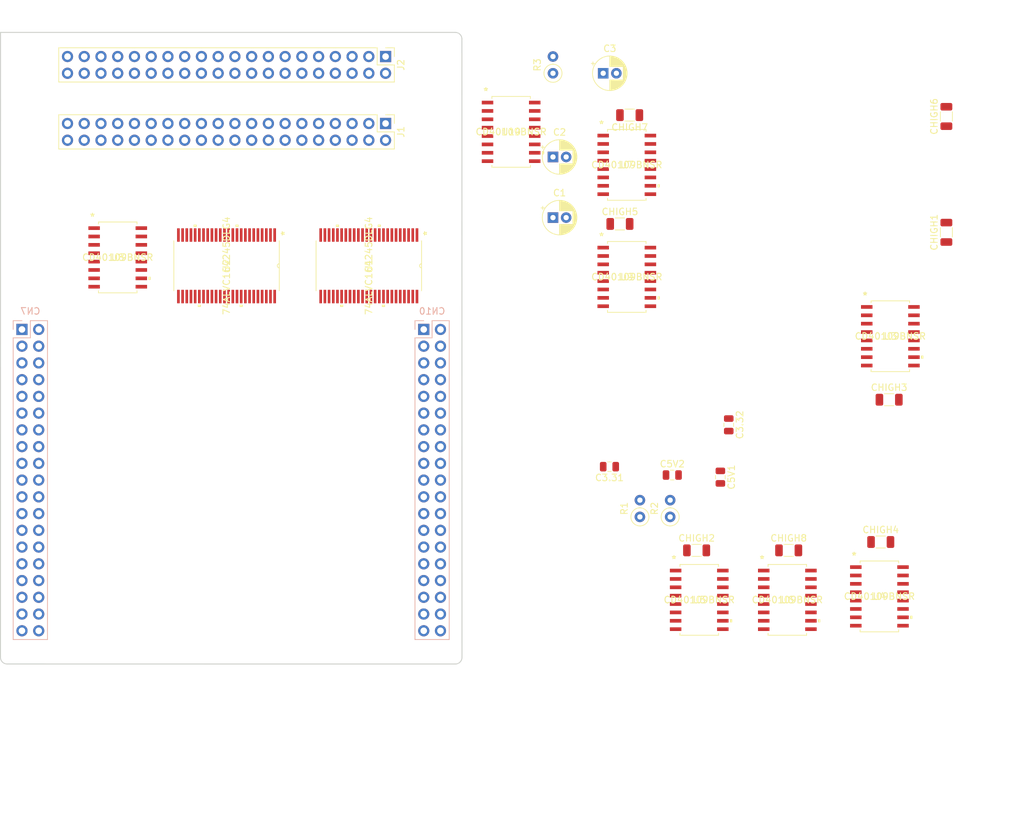
<source format=kicad_pcb>
(kicad_pcb (version 20171130) (host pcbnew 5.99.0+really5.1.10+dfsg1-1)
  (layers (0 F.Cu signal) (1 In1.Cu signal) (2 In2.Cu signal) (31 B.Cu signal) (35 F.Paste user) (37 F.SilkS user) (39 F.Mask user) (44 Edge.Cuts user))
  (net 0 "")
  (net 1 /PC0)
  (net 2 /PC3)
  (net 3 /PC1)
  (net 4 /PC2)
  (net 5 /PA4)
  (net 6 /PA1)
  (net 7 /PA0)
  (net 8 /NC)
  (net 9 /PA15)
  (net 10 /PA14)
  (net 11 /PA13)
  (net 12 /PC10)
  (net 13 /PA3)
  (net 14 /PA2)
  (net 15 /PC4)
  (net 16 /PA10)
  (net 17 /PB5)
  (net 18 /PB10)
  (net 19 /PA8)
  (net 20 /PA9)
  (net 21 /PC7)
  (net 22 /PB6)
  (net 23 /PA7)
  (net 24 /PA11)
  (net 25 /PA6)
  (net 26 /PA12)
  (net 27 /PA5)
  (net 28 /PC5)
  (net 29 /PB9)
  (net 30 /PC6)
  (net 31 /PB8)
  (net 32 /PC8)
  (net 33 /PC9)
  (net 34 GND)
  (net 35 +3V3)
  (net 36 /PA7_5V)
  (net 37 /PA6_5V)
  (net 38 /PB9_5V)
  (net 39 /PB8_5V)
  (net 40 /PC7_5V)
  (net 41 /PA0_5V)
  (net 42 /PB5_5V)
  (net 43 /PB10_5V)
  (net 44 /PULLUP)
  (net 45 /PULLDOWN)
  (net 46 /PA8_5V)
  (net 47 /PA5_5V)
  (net 48 /PA4_5V)
  (net 49 /PA3_5V)
  (net 50 /PA2_5V)
  (net 51 /PA1_5V)
  (net 52 /PB6_5V)
  (net 53 /PA10_5V)
  (net 54 +5V)
  (net 55 +15V)
  (net 56 /PC10_5V)
  (net 57 /PC9_5V)
  (net 58 /PC8_5V)
  (net 59 /PC6_5V)
  (net 60 /PC5_5V)
  (net 61 /PC4_5V)
  (net 62 /PC3_5V)
  (net 63 /PC2_5V)
  (net 64 /PC1_5V)
  (net 65 /PC0_5V)
  (net 66 /PA15_5V)
  (net 67 /PA14_5V)
  (net 68 /PA13_5V)
  (net 69 /PA12_5V)
  (net 70 /PA11_5V)
  (net 71 /PA9_5V)
  (net 72 /PC10_HIGH)
  (net 73 /PC9_HIGH)
  (net 74 /PC8_HIGH)
  (net 75 /PC6_HIGH)
  (net 76 /PC5_HIGH)
  (net 77 /PC4_HIGH)
  (net 78 /PC3_HIGH)
  (net 79 /PC2_HIGH)
  (net 80 /PC1_HIGH)
  (net 81 /PC0_HIGH)
  (net 82 /PA15_HIGH)
  (net 83 /PA14_HIGH)
  (net 84 /PA13_HIGH)
  (net 85 /PA12_HIGH)
  (net 86 /PA11_HIGH)
  (net 87 /PA9_HIGH)
  (net 88 /PA8_HIGH)
  (net 89 /PA5_HIGH)
  (net 90 /PA4_HIGH)
  (net 91 /PA3_HIGH)
  (net 92 /PA2_HIGH)
  (net 93 /PA1_HIGH)
  (net 94 /PA7_HIGH)
  (net 95 /PA6_HIGH)
  (net 96 /PB9_HIGH)
  (net 97 /PB8_HIGH)
  (net 98 /PC7_HIGH)
  (net 99 /PA0_HIGH)
  (net 100 /PB6_HIGH)
  (net 101 /PB5_HIGH)
  (net 102 /PB10_HIGH)
  (net 103 /PA10_HIGH)
  (net 104 /PULLUP_HIGH)
  (module CD40109BNSR:CD40109BNSR (layer F.Cu) (at 207.47 41.26)
    (fp_text reference U10 (at 0 0) (layer F.SilkS))
    (fp_text value CD40109BNSR (at 0 0) (layer F.SilkS))
    (fp_text user * (at -3.8354 -6.146) (layer F.SilkS))
    (fp_text user * (at -3.8354 -6.146) (layer F.SilkS))
    (pad 16 smd rect (at 3.5814 -4.445) (size 1.741399 0.558) (layers F.Cu F.Paste F.Mask) (net 55 +15V))
    (pad 15 smd rect (at 3.5814 -3.175) (size 1.741399 0.558) (layers F.Cu F.Paste F.Mask) (net 104 /PULLUP_HIGH))
    (pad 14 smd rect (at 3.5814 -1.905) (size 1.741399 0.558) (layers F.Cu F.Paste F.Mask) (net 12 /PC10))
    (pad 13 smd rect (at 3.5814 -0.635) (size 1.741399 0.558) (layers F.Cu F.Paste F.Mask) (net 72 /PC10_HIGH))
    (pad 12 smd rect (at 3.5814 0.635) (size 1.741399 0.558) (layers F.Cu F.Paste F.Mask))
    (pad 11 smd rect (at 3.5814 1.905) (size 1.741399 0.558) (layers F.Cu F.Paste F.Mask) (net 73 /PC9_HIGH))
    (pad 10 smd rect (at 3.5814 3.175) (size 1.741399 0.558) (layers F.Cu F.Paste F.Mask) (net 33 /PC9))
    (pad 9 smd rect (at 3.5814 4.445) (size 1.741399 0.558) (layers F.Cu F.Paste F.Mask) (net 104 /PULLUP_HIGH))
    (pad 8 smd rect (at -3.5814 4.445) (size 1.741399 0.558) (layers F.Cu F.Paste F.Mask) (net 34 GND))
    (pad 7 smd rect (at -3.5814 3.175) (size 1.741399 0.558) (layers F.Cu F.Paste F.Mask) (net 104 /PULLUP_HIGH))
    (pad 6 smd rect (at -3.5814 1.905) (size 1.741399 0.558) (layers F.Cu F.Paste F.Mask) (net 32 /PC8))
    (pad 5 smd rect (at -3.5814 0.635) (size 1.741399 0.558) (layers F.Cu F.Paste F.Mask) (net 74 /PC8_HIGH))
    (pad 4 smd rect (at -3.5814 -0.635) (size 1.741399 0.558) (layers F.Cu F.Paste F.Mask) (net 75 /PC6_HIGH))
    (pad 3 smd rect (at -3.5814 -1.905) (size 1.741399 0.558) (layers F.Cu F.Paste F.Mask) (net 30 /PC6))
    (pad 2 smd rect (at -3.5814 -3.175) (size 1.741399 0.558) (layers F.Cu F.Paste F.Mask) (net 104 /PULLUP_HIGH))
    (pad 1 smd rect (at -3.5814 -4.445) (size 1.741399 0.558) (layers F.Cu F.Paste F.Mask) (net 35 +3V3))
  )
  (module CD40109BNSR:CD40109BNSR (layer F.Cu) (at 225.0214 63.27)
    (fp_text reference U9 (at 0 0) (layer F.SilkS))
    (fp_text value CD40109BNSR (at 0 0) (layer F.SilkS))
    (fp_text user * (at -3.8354 -6.146) (layer F.SilkS))
    (fp_text user * (at -3.8354 -6.146) (layer F.SilkS))
    (pad 16 smd rect (at 3.5814 -4.445) (size 1.741399 0.558) (layers F.Cu F.Paste F.Mask) (net 55 +15V))
    (pad 15 smd rect (at 3.5814 -3.175) (size 1.741399 0.558) (layers F.Cu F.Paste F.Mask) (net 104 /PULLUP_HIGH))
    (pad 14 smd rect (at 3.5814 -1.905) (size 1.741399 0.558) (layers F.Cu F.Paste F.Mask) (net 28 /PC5))
    (pad 13 smd rect (at 3.5814 -0.635) (size 1.741399 0.558) (layers F.Cu F.Paste F.Mask) (net 76 /PC5_HIGH))
    (pad 12 smd rect (at 3.5814 0.635) (size 1.741399 0.558) (layers F.Cu F.Paste F.Mask))
    (pad 11 smd rect (at 3.5814 1.905) (size 1.741399 0.558) (layers F.Cu F.Paste F.Mask) (net 77 /PC4_HIGH))
    (pad 10 smd rect (at 3.5814 3.175) (size 1.741399 0.558) (layers F.Cu F.Paste F.Mask) (net 15 /PC4))
    (pad 9 smd rect (at 3.5814 4.445) (size 1.741399 0.558) (layers F.Cu F.Paste F.Mask) (net 104 /PULLUP_HIGH))
    (pad 8 smd rect (at -3.5814 4.445) (size 1.741399 0.558) (layers F.Cu F.Paste F.Mask) (net 34 GND))
    (pad 7 smd rect (at -3.5814 3.175) (size 1.741399 0.558) (layers F.Cu F.Paste F.Mask) (net 104 /PULLUP_HIGH))
    (pad 6 smd rect (at -3.5814 1.905) (size 1.741399 0.558) (layers F.Cu F.Paste F.Mask) (net 2 /PC3))
    (pad 5 smd rect (at -3.5814 0.635) (size 1.741399 0.558) (layers F.Cu F.Paste F.Mask) (net 78 /PC3_HIGH))
    (pad 4 smd rect (at -3.5814 -0.635) (size 1.741399 0.558) (layers F.Cu F.Paste F.Mask) (net 79 /PC2_HIGH))
    (pad 3 smd rect (at -3.5814 -1.905) (size 1.741399 0.558) (layers F.Cu F.Paste F.Mask) (net 4 /PC2))
    (pad 2 smd rect (at -3.5814 -3.175) (size 1.741399 0.558) (layers F.Cu F.Paste F.Mask) (net 104 /PULLUP_HIGH))
    (pad 1 smd rect (at -3.5814 -4.445) (size 1.741399 0.558) (layers F.Cu F.Paste F.Mask) (net 35 +3V3))
  )
  (module CD40109BNSR:CD40109BNSR (layer F.Cu) (at 147.78 60.31)
    (fp_text reference U8 (at 0 0) (layer F.SilkS))
    (fp_text value CD40109BNSR (at 0 0) (layer F.SilkS))
    (fp_text user * (at -3.8354 -6.146) (layer F.SilkS))
    (fp_text user * (at -3.8354 -6.146) (layer F.SilkS))
    (pad 16 smd rect (at 3.5814 -4.445) (size 1.741399 0.558) (layers F.Cu F.Paste F.Mask) (net 55 +15V))
    (pad 15 smd rect (at 3.5814 -3.175) (size 1.741399 0.558) (layers F.Cu F.Paste F.Mask) (net 104 /PULLUP_HIGH))
    (pad 14 smd rect (at 3.5814 -1.905) (size 1.741399 0.558) (layers F.Cu F.Paste F.Mask) (net 3 /PC1))
    (pad 13 smd rect (at 3.5814 -0.635) (size 1.741399 0.558) (layers F.Cu F.Paste F.Mask) (net 80 /PC1_HIGH))
    (pad 12 smd rect (at 3.5814 0.635) (size 1.741399 0.558) (layers F.Cu F.Paste F.Mask))
    (pad 11 smd rect (at 3.5814 1.905) (size 1.741399 0.558) (layers F.Cu F.Paste F.Mask) (net 81 /PC0_HIGH))
    (pad 10 smd rect (at 3.5814 3.175) (size 1.741399 0.558) (layers F.Cu F.Paste F.Mask) (net 1 /PC0))
    (pad 9 smd rect (at 3.5814 4.445) (size 1.741399 0.558) (layers F.Cu F.Paste F.Mask) (net 104 /PULLUP_HIGH))
    (pad 8 smd rect (at -3.5814 4.445) (size 1.741399 0.558) (layers F.Cu F.Paste F.Mask) (net 34 GND))
    (pad 7 smd rect (at -3.5814 3.175) (size 1.741399 0.558) (layers F.Cu F.Paste F.Mask) (net 104 /PULLUP_HIGH))
    (pad 6 smd rect (at -3.5814 1.905) (size 1.741399 0.558) (layers F.Cu F.Paste F.Mask) (net 9 /PA15))
    (pad 5 smd rect (at -3.5814 0.635) (size 1.741399 0.558) (layers F.Cu F.Paste F.Mask) (net 82 /PA15_HIGH))
    (pad 4 smd rect (at -3.5814 -0.635) (size 1.741399 0.558) (layers F.Cu F.Paste F.Mask) (net 83 /PA14_HIGH))
    (pad 3 smd rect (at -3.5814 -1.905) (size 1.741399 0.558) (layers F.Cu F.Paste F.Mask) (net 10 /PA14))
    (pad 2 smd rect (at -3.5814 -3.175) (size 1.741399 0.558) (layers F.Cu F.Paste F.Mask) (net 104 /PULLUP_HIGH))
    (pad 1 smd rect (at -3.5814 -4.445) (size 1.741399 0.558) (layers F.Cu F.Paste F.Mask) (net 35 +3V3))
  )
  (module CD40109BNSR:CD40109BNSR (layer F.Cu) (at 225.0214 46.27)
    (fp_text reference U7 (at 0 0) (layer F.SilkS))
    (fp_text value CD40109BNSR (at 0 0) (layer F.SilkS))
    (fp_text user * (at -3.8354 -6.146) (layer F.SilkS))
    (fp_text user * (at -3.8354 -6.146) (layer F.SilkS))
    (pad 16 smd rect (at 3.5814 -4.445) (size 1.741399 0.558) (layers F.Cu F.Paste F.Mask) (net 55 +15V))
    (pad 15 smd rect (at 3.5814 -3.175) (size 1.741399 0.558) (layers F.Cu F.Paste F.Mask) (net 104 /PULLUP_HIGH))
    (pad 14 smd rect (at 3.5814 -1.905) (size 1.741399 0.558) (layers F.Cu F.Paste F.Mask) (net 11 /PA13))
    (pad 13 smd rect (at 3.5814 -0.635) (size 1.741399 0.558) (layers F.Cu F.Paste F.Mask) (net 84 /PA13_HIGH))
    (pad 12 smd rect (at 3.5814 0.635) (size 1.741399 0.558) (layers F.Cu F.Paste F.Mask))
    (pad 11 smd rect (at 3.5814 1.905) (size 1.741399 0.558) (layers F.Cu F.Paste F.Mask) (net 85 /PA12_HIGH))
    (pad 10 smd rect (at 3.5814 3.175) (size 1.741399 0.558) (layers F.Cu F.Paste F.Mask) (net 26 /PA12))
    (pad 9 smd rect (at 3.5814 4.445) (size 1.741399 0.558) (layers F.Cu F.Paste F.Mask) (net 104 /PULLUP_HIGH))
    (pad 8 smd rect (at -3.5814 4.445) (size 1.741399 0.558) (layers F.Cu F.Paste F.Mask) (net 34 GND))
    (pad 7 smd rect (at -3.5814 3.175) (size 1.741399 0.558) (layers F.Cu F.Paste F.Mask) (net 104 /PULLUP_HIGH))
    (pad 6 smd rect (at -3.5814 1.905) (size 1.741399 0.558) (layers F.Cu F.Paste F.Mask) (net 24 /PA11))
    (pad 5 smd rect (at -3.5814 0.635) (size 1.741399 0.558) (layers F.Cu F.Paste F.Mask) (net 86 /PA11_HIGH))
    (pad 4 smd rect (at -3.5814 -0.635) (size 1.741399 0.558) (layers F.Cu F.Paste F.Mask) (net 87 /PA9_HIGH))
    (pad 3 smd rect (at -3.5814 -1.905) (size 1.741399 0.558) (layers F.Cu F.Paste F.Mask) (net 20 /PA9))
    (pad 2 smd rect (at -3.5814 -3.175) (size 1.741399 0.558) (layers F.Cu F.Paste F.Mask) (net 104 /PULLUP_HIGH))
    (pad 1 smd rect (at -3.5814 -4.445) (size 1.741399 0.558) (layers F.Cu F.Paste F.Mask) (net 35 +3V3))
  )
  (module CD40109BNSR:CD40109BNSR (layer F.Cu) (at 249.38 112.27)
    (fp_text reference U6 (at 0 0) (layer F.SilkS))
    (fp_text value CD40109BNSR (at 0 0) (layer F.SilkS))
    (fp_text user * (at -3.8354 -6.146) (layer F.SilkS))
    (fp_text user * (at -3.8354 -6.146) (layer F.SilkS))
    (pad 16 smd rect (at 3.5814 -4.445) (size 1.741399 0.558) (layers F.Cu F.Paste F.Mask) (net 55 +15V))
    (pad 15 smd rect (at 3.5814 -3.175) (size 1.741399 0.558) (layers F.Cu F.Paste F.Mask) (net 104 /PULLUP_HIGH))
    (pad 14 smd rect (at 3.5814 -1.905) (size 1.741399 0.558) (layers F.Cu F.Paste F.Mask) (net 19 /PA8))
    (pad 13 smd rect (at 3.5814 -0.635) (size 1.741399 0.558) (layers F.Cu F.Paste F.Mask) (net 88 /PA8_HIGH))
    (pad 12 smd rect (at 3.5814 0.635) (size 1.741399 0.558) (layers F.Cu F.Paste F.Mask))
    (pad 11 smd rect (at 3.5814 1.905) (size 1.741399 0.558) (layers F.Cu F.Paste F.Mask) (net 89 /PA5_HIGH))
    (pad 10 smd rect (at 3.5814 3.175) (size 1.741399 0.558) (layers F.Cu F.Paste F.Mask) (net 27 /PA5))
    (pad 9 smd rect (at 3.5814 4.445) (size 1.741399 0.558) (layers F.Cu F.Paste F.Mask) (net 104 /PULLUP_HIGH))
    (pad 8 smd rect (at -3.5814 4.445) (size 1.741399 0.558) (layers F.Cu F.Paste F.Mask) (net 34 GND))
    (pad 7 smd rect (at -3.5814 3.175) (size 1.741399 0.558) (layers F.Cu F.Paste F.Mask) (net 104 /PULLUP_HIGH))
    (pad 6 smd rect (at -3.5814 1.905) (size 1.741399 0.558) (layers F.Cu F.Paste F.Mask) (net 5 /PA4))
    (pad 5 smd rect (at -3.5814 0.635) (size 1.741399 0.558) (layers F.Cu F.Paste F.Mask) (net 90 /PA4_HIGH))
    (pad 4 smd rect (at -3.5814 -0.635) (size 1.741399 0.558) (layers F.Cu F.Paste F.Mask) (net 91 /PA3_HIGH))
    (pad 3 smd rect (at -3.5814 -1.905) (size 1.741399 0.558) (layers F.Cu F.Paste F.Mask) (net 13 /PA3))
    (pad 2 smd rect (at -3.5814 -3.175) (size 1.741399 0.558) (layers F.Cu F.Paste F.Mask) (net 104 /PULLUP_HIGH))
    (pad 1 smd rect (at -3.5814 -4.445) (size 1.741399 0.558) (layers F.Cu F.Paste F.Mask) (net 35 +3V3))
  )
  (module CD40109BNSR:CD40109BNSR (layer F.Cu) (at 236.01 112.27)
    (fp_text reference U5 (at 0 0) (layer F.SilkS))
    (fp_text value CD40109BNSR (at 0 0) (layer F.SilkS))
    (fp_text user * (at -3.8354 -6.146) (layer F.SilkS))
    (fp_text user * (at -3.8354 -6.146) (layer F.SilkS))
    (pad 16 smd rect (at 3.5814 -4.445) (size 1.741399 0.558) (layers F.Cu F.Paste F.Mask) (net 55 +15V))
    (pad 15 smd rect (at 3.5814 -3.175) (size 1.741399 0.558) (layers F.Cu F.Paste F.Mask) (net 104 /PULLUP_HIGH))
    (pad 14 smd rect (at 3.5814 -1.905) (size 1.741399 0.558) (layers F.Cu F.Paste F.Mask) (net 14 /PA2))
    (pad 13 smd rect (at 3.5814 -0.635) (size 1.741399 0.558) (layers F.Cu F.Paste F.Mask) (net 92 /PA2_HIGH))
    (pad 12 smd rect (at 3.5814 0.635) (size 1.741399 0.558) (layers F.Cu F.Paste F.Mask))
    (pad 11 smd rect (at 3.5814 1.905) (size 1.741399 0.558) (layers F.Cu F.Paste F.Mask) (net 93 /PA1_HIGH))
    (pad 10 smd rect (at 3.5814 3.175) (size 1.741399 0.558) (layers F.Cu F.Paste F.Mask) (net 6 /PA1))
    (pad 9 smd rect (at 3.5814 4.445) (size 1.741399 0.558) (layers F.Cu F.Paste F.Mask) (net 104 /PULLUP_HIGH))
    (pad 8 smd rect (at -3.5814 4.445) (size 1.741399 0.558) (layers F.Cu F.Paste F.Mask) (net 34 GND))
    (pad 7 smd rect (at -3.5814 3.175) (size 1.741399 0.558) (layers F.Cu F.Paste F.Mask) (net 104 /PULLUP_HIGH))
    (pad 6 smd rect (at -3.5814 1.905) (size 1.741399 0.558) (layers F.Cu F.Paste F.Mask) (net 23 /PA7))
    (pad 5 smd rect (at -3.5814 0.635) (size 1.741399 0.558) (layers F.Cu F.Paste F.Mask) (net 94 /PA7_HIGH))
    (pad 4 smd rect (at -3.5814 -0.635) (size 1.741399 0.558) (layers F.Cu F.Paste F.Mask) (net 95 /PA6_HIGH))
    (pad 3 smd rect (at -3.5814 -1.905) (size 1.741399 0.558) (layers F.Cu F.Paste F.Mask) (net 25 /PA6))
    (pad 2 smd rect (at -3.5814 -3.175) (size 1.741399 0.558) (layers F.Cu F.Paste F.Mask) (net 104 /PULLUP_HIGH))
    (pad 1 smd rect (at -3.5814 -4.445) (size 1.741399 0.558) (layers F.Cu F.Paste F.Mask) (net 35 +3V3))
  )
  (module CD40109BNSR:CD40109BNSR (layer F.Cu) (at 263.35 111.745)
    (fp_text reference U4 (at 0 0) (layer F.SilkS))
    (fp_text value CD40109BNSR (at 0 0) (layer F.SilkS))
    (fp_text user * (at -3.8354 -6.146) (layer F.SilkS))
    (fp_text user * (at -3.8354 -6.146) (layer F.SilkS))
    (pad 16 smd rect (at 3.5814 -4.445) (size 1.741399 0.558) (layers F.Cu F.Paste F.Mask) (net 55 +15V))
    (pad 15 smd rect (at 3.5814 -3.175) (size 1.741399 0.558) (layers F.Cu F.Paste F.Mask) (net 104 /PULLUP_HIGH))
    (pad 14 smd rect (at 3.5814 -1.905) (size 1.741399 0.558) (layers F.Cu F.Paste F.Mask) (net 29 /PB9))
    (pad 13 smd rect (at 3.5814 -0.635) (size 1.741399 0.558) (layers F.Cu F.Paste F.Mask) (net 96 /PB9_HIGH))
    (pad 12 smd rect (at 3.5814 0.635) (size 1.741399 0.558) (layers F.Cu F.Paste F.Mask))
    (pad 11 smd rect (at 3.5814 1.905) (size 1.741399 0.558) (layers F.Cu F.Paste F.Mask) (net 97 /PB8_HIGH))
    (pad 10 smd rect (at 3.5814 3.175) (size 1.741399 0.558) (layers F.Cu F.Paste F.Mask) (net 31 /PB8))
    (pad 9 smd rect (at 3.5814 4.445) (size 1.741399 0.558) (layers F.Cu F.Paste F.Mask) (net 104 /PULLUP_HIGH))
    (pad 8 smd rect (at -3.5814 4.445) (size 1.741399 0.558) (layers F.Cu F.Paste F.Mask) (net 34 GND))
    (pad 7 smd rect (at -3.5814 3.175) (size 1.741399 0.558) (layers F.Cu F.Paste F.Mask) (net 104 /PULLUP_HIGH))
    (pad 6 smd rect (at -3.5814 1.905) (size 1.741399 0.558) (layers F.Cu F.Paste F.Mask) (net 21 /PC7))
    (pad 5 smd rect (at -3.5814 0.635) (size 1.741399 0.558) (layers F.Cu F.Paste F.Mask) (net 98 /PC7_HIGH))
    (pad 4 smd rect (at -3.5814 -0.635) (size 1.741399 0.558) (layers F.Cu F.Paste F.Mask) (net 99 /PA0_HIGH))
    (pad 3 smd rect (at -3.5814 -1.905) (size 1.741399 0.558) (layers F.Cu F.Paste F.Mask) (net 7 /PA0))
    (pad 2 smd rect (at -3.5814 -3.175) (size 1.741399 0.558) (layers F.Cu F.Paste F.Mask) (net 104 /PULLUP_HIGH))
    (pad 1 smd rect (at -3.5814 -4.445) (size 1.741399 0.558) (layers F.Cu F.Paste F.Mask) (net 35 +3V3))
  )
  (module CD40109BNSR:CD40109BNSR (layer F.Cu) (at 265.01 72.27)
    (fp_text reference U3 (at 0 0) (layer F.SilkS))
    (fp_text value CD40109BNSR (at 0 0) (layer F.SilkS))
    (fp_text user * (at -3.8354 -6.146) (layer F.SilkS))
    (fp_text user * (at -3.8354 -6.146) (layer F.SilkS))
    (pad 16 smd rect (at 3.5814 -4.445) (size 1.741399 0.558) (layers F.Cu F.Paste F.Mask) (net 55 +15V))
    (pad 15 smd rect (at 3.5814 -3.175) (size 1.741399 0.558) (layers F.Cu F.Paste F.Mask) (net 104 /PULLUP_HIGH))
    (pad 14 smd rect (at 3.5814 -1.905) (size 1.741399 0.558) (layers F.Cu F.Paste F.Mask) (net 22 /PB6))
    (pad 13 smd rect (at 3.5814 -0.635) (size 1.741399 0.558) (layers F.Cu F.Paste F.Mask) (net 100 /PB6_HIGH))
    (pad 12 smd rect (at 3.5814 0.635) (size 1.741399 0.558) (layers F.Cu F.Paste F.Mask))
    (pad 11 smd rect (at 3.5814 1.905) (size 1.741399 0.558) (layers F.Cu F.Paste F.Mask) (net 101 /PB5_HIGH))
    (pad 10 smd rect (at 3.5814 3.175) (size 1.741399 0.558) (layers F.Cu F.Paste F.Mask) (net 17 /PB5))
    (pad 9 smd rect (at 3.5814 4.445) (size 1.741399 0.558) (layers F.Cu F.Paste F.Mask) (net 104 /PULLUP_HIGH))
    (pad 8 smd rect (at -3.5814 4.445) (size 1.741399 0.558) (layers F.Cu F.Paste F.Mask) (net 34 GND))
    (pad 7 smd rect (at -3.5814 3.175) (size 1.741399 0.558) (layers F.Cu F.Paste F.Mask) (net 104 /PULLUP_HIGH))
    (pad 6 smd rect (at -3.5814 1.905) (size 1.741399 0.558) (layers F.Cu F.Paste F.Mask) (net 18 /PB10))
    (pad 5 smd rect (at -3.5814 0.635) (size 1.741399 0.558) (layers F.Cu F.Paste F.Mask) (net 102 /PB10_HIGH))
    (pad 4 smd rect (at -3.5814 -0.635) (size 1.741399 0.558) (layers F.Cu F.Paste F.Mask) (net 103 /PA10_HIGH))
    (pad 3 smd rect (at -3.5814 -1.905) (size 1.741399 0.558) (layers F.Cu F.Paste F.Mask) (net 16 /PA10))
    (pad 2 smd rect (at -3.5814 -3.175) (size 1.741399 0.558) (layers F.Cu F.Paste F.Mask) (net 104 /PULLUP_HIGH))
    (pad 1 smd rect (at -3.5814 -4.445) (size 1.741399 0.558) (layers F.Cu F.Paste F.Mask) (net 35 +3V3))
  )
  (module Resistor_THT:R_Axial_DIN0207_L6.3mm_D2.5mm_P2.54mm_Vertical (layer F.Cu) (at 213.82 32.37 90)
    (fp_text reference R3 (at 1.27 -2.37 90) (layer F.SilkS))
    (fp_text value 1K)
    (pad 2 thru_hole oval (at 2.54 0 90) (size 1.6 1.6) (drill 0.8) (layers *.Cu *.Mask) (net 104 /PULLUP_HIGH))
    (pad 1 thru_hole circle (at 0 0 90) (size 1.6 1.6) (drill 0.8) (layers *.Cu *.Mask) (net 35 +3V3))
  )
  (module Connector_PinHeader_2.54mm:PinHeader_2x20_P2.54mm_Vertical (layer F.Cu) (at 188.42 29.83 270)
    (fp_text reference J2 (at 1.27 -2.33 90) (layer F.SilkS))
    (fp_text value Conn_02x20_Odd_Even)
    (pad 40 thru_hole oval (at 2.54 48.26 270) (size 1.7 1.7) (drill 1) (layers *.Cu *.Mask) (net 34 GND))
    (pad 39 thru_hole oval (at 0 48.26 270) (size 1.7 1.7) (drill 1) (layers *.Cu *.Mask) (net 34 GND))
    (pad 38 thru_hole oval (at 2.54 45.72 270) (size 1.7 1.7) (drill 1) (layers *.Cu *.Mask) (net 72 /PC10_HIGH))
    (pad 37 thru_hole oval (at 0 45.72 270) (size 1.7 1.7) (drill 1) (layers *.Cu *.Mask) (net 73 /PC9_HIGH))
    (pad 36 thru_hole oval (at 2.54 43.18 270) (size 1.7 1.7) (drill 1) (layers *.Cu *.Mask) (net 74 /PC8_HIGH))
    (pad 35 thru_hole oval (at 0 43.18 270) (size 1.7 1.7) (drill 1) (layers *.Cu *.Mask) (net 75 /PC6_HIGH))
    (pad 34 thru_hole oval (at 2.54 40.64 270) (size 1.7 1.7) (drill 1) (layers *.Cu *.Mask) (net 76 /PC5_HIGH))
    (pad 33 thru_hole oval (at 0 40.64 270) (size 1.7 1.7) (drill 1) (layers *.Cu *.Mask) (net 77 /PC4_HIGH))
    (pad 32 thru_hole oval (at 2.54 38.1 270) (size 1.7 1.7) (drill 1) (layers *.Cu *.Mask) (net 78 /PC3_HIGH))
    (pad 31 thru_hole oval (at 0 38.1 270) (size 1.7 1.7) (drill 1) (layers *.Cu *.Mask) (net 79 /PC2_HIGH))
    (pad 30 thru_hole oval (at 2.54 35.56 270) (size 1.7 1.7) (drill 1) (layers *.Cu *.Mask) (net 80 /PC1_HIGH))
    (pad 29 thru_hole oval (at 0 35.56 270) (size 1.7 1.7) (drill 1) (layers *.Cu *.Mask) (net 81 /PC0_HIGH))
    (pad 28 thru_hole oval (at 2.54 33.02 270) (size 1.7 1.7) (drill 1) (layers *.Cu *.Mask) (net 82 /PA15_HIGH))
    (pad 27 thru_hole oval (at 0 33.02 270) (size 1.7 1.7) (drill 1) (layers *.Cu *.Mask) (net 83 /PA14_HIGH))
    (pad 26 thru_hole oval (at 2.54 30.48 270) (size 1.7 1.7) (drill 1) (layers *.Cu *.Mask) (net 84 /PA13_HIGH))
    (pad 25 thru_hole oval (at 0 30.48 270) (size 1.7 1.7) (drill 1) (layers *.Cu *.Mask) (net 85 /PA12_HIGH))
    (pad 24 thru_hole oval (at 2.54 27.94 270) (size 1.7 1.7) (drill 1) (layers *.Cu *.Mask) (net 86 /PA11_HIGH))
    (pad 23 thru_hole oval (at 0 27.94 270) (size 1.7 1.7) (drill 1) (layers *.Cu *.Mask) (net 87 /PA9_HIGH))
    (pad 22 thru_hole oval (at 2.54 25.4 270) (size 1.7 1.7) (drill 1) (layers *.Cu *.Mask) (net 34 GND))
    (pad 21 thru_hole oval (at 0 25.4 270) (size 1.7 1.7) (drill 1) (layers *.Cu *.Mask) (net 34 GND))
    (pad 20 thru_hole oval (at 2.54 22.86 270) (size 1.7 1.7) (drill 1) (layers *.Cu *.Mask) (net 55 +15V))
    (pad 19 thru_hole oval (at 0 22.86 270) (size 1.7 1.7) (drill 1) (layers *.Cu *.Mask) (net 55 +15V))
    (pad 18 thru_hole oval (at 2.54 20.32 270) (size 1.7 1.7) (drill 1) (layers *.Cu *.Mask) (net 88 /PA8_HIGH))
    (pad 17 thru_hole oval (at 0 20.32 270) (size 1.7 1.7) (drill 1) (layers *.Cu *.Mask) (net 89 /PA5_HIGH))
    (pad 16 thru_hole oval (at 2.54 17.78 270) (size 1.7 1.7) (drill 1) (layers *.Cu *.Mask) (net 90 /PA4_HIGH))
    (pad 15 thru_hole oval (at 0 17.78 270) (size 1.7 1.7) (drill 1) (layers *.Cu *.Mask) (net 91 /PA3_HIGH))
    (pad 14 thru_hole oval (at 2.54 15.24 270) (size 1.7 1.7) (drill 1) (layers *.Cu *.Mask) (net 92 /PA2_HIGH))
    (pad 13 thru_hole oval (at 0 15.24 270) (size 1.7 1.7) (drill 1) (layers *.Cu *.Mask) (net 93 /PA1_HIGH))
    (pad 12 thru_hole oval (at 2.54 12.7 270) (size 1.7 1.7) (drill 1) (layers *.Cu *.Mask) (net 94 /PA7_HIGH))
    (pad 11 thru_hole oval (at 0 12.7 270) (size 1.7 1.7) (drill 1) (layers *.Cu *.Mask) (net 95 /PA6_HIGH))
    (pad 10 thru_hole oval (at 2.54 10.16 270) (size 1.7 1.7) (drill 1) (layers *.Cu *.Mask) (net 96 /PB9_HIGH))
    (pad 9 thru_hole oval (at 0 10.16 270) (size 1.7 1.7) (drill 1) (layers *.Cu *.Mask) (net 97 /PB8_HIGH))
    (pad 8 thru_hole oval (at 2.54 7.62 270) (size 1.7 1.7) (drill 1) (layers *.Cu *.Mask) (net 98 /PC7_HIGH))
    (pad 7 thru_hole oval (at 0 7.62 270) (size 1.7 1.7) (drill 1) (layers *.Cu *.Mask) (net 99 /PA0_HIGH))
    (pad 6 thru_hole oval (at 2.54 5.08 270) (size 1.7 1.7) (drill 1) (layers *.Cu *.Mask) (net 100 /PB6_HIGH))
    (pad 5 thru_hole oval (at 0 5.08 270) (size 1.7 1.7) (drill 1) (layers *.Cu *.Mask) (net 101 /PB5_HIGH))
    (pad 4 thru_hole oval (at 2.54 2.54 270) (size 1.7 1.7) (drill 1) (layers *.Cu *.Mask) (net 102 /PB10_HIGH))
    (pad 3 thru_hole oval (at 0 2.54 270) (size 1.7 1.7) (drill 1) (layers *.Cu *.Mask) (net 103 /PA10_HIGH))
    (pad 2 thru_hole oval (at 2.54 0 270) (size 1.7 1.7) (drill 1) (layers *.Cu *.Mask) (net 35 +3V3))
    (pad 1 thru_hole rect (at 0 0 270) (size 1.7 1.7) (drill 1) (layers *.Cu *.Mask) (net 54 +5V))
  )
  (module Connector_PinHeader_2.54mm:PinHeader_2x20_P2.54mm_Vertical (layer F.Cu) (at 188.42 39.99 270)
    (fp_text reference J1 (at 1.27 -2.33 90) (layer F.SilkS))
    (fp_text value Conn_02x20_Odd_Even)
    (pad 40 thru_hole oval (at 2.54 48.26 270) (size 1.7 1.7) (drill 1) (layers *.Cu *.Mask) (net 34 GND))
    (pad 39 thru_hole oval (at 0 48.26 270) (size 1.7 1.7) (drill 1) (layers *.Cu *.Mask) (net 34 GND))
    (pad 38 thru_hole oval (at 2.54 45.72 270) (size 1.7 1.7) (drill 1) (layers *.Cu *.Mask) (net 56 /PC10_5V))
    (pad 37 thru_hole oval (at 0 45.72 270) (size 1.7 1.7) (drill 1) (layers *.Cu *.Mask) (net 57 /PC9_5V))
    (pad 36 thru_hole oval (at 2.54 43.18 270) (size 1.7 1.7) (drill 1) (layers *.Cu *.Mask) (net 58 /PC8_5V))
    (pad 35 thru_hole oval (at 0 43.18 270) (size 1.7 1.7) (drill 1) (layers *.Cu *.Mask) (net 59 /PC6_5V))
    (pad 34 thru_hole oval (at 2.54 40.64 270) (size 1.7 1.7) (drill 1) (layers *.Cu *.Mask) (net 60 /PC5_5V))
    (pad 33 thru_hole oval (at 0 40.64 270) (size 1.7 1.7) (drill 1) (layers *.Cu *.Mask) (net 61 /PC4_5V))
    (pad 32 thru_hole oval (at 2.54 38.1 270) (size 1.7 1.7) (drill 1) (layers *.Cu *.Mask) (net 62 /PC3_5V))
    (pad 31 thru_hole oval (at 0 38.1 270) (size 1.7 1.7) (drill 1) (layers *.Cu *.Mask) (net 63 /PC2_5V))
    (pad 30 thru_hole oval (at 2.54 35.56 270) (size 1.7 1.7) (drill 1) (layers *.Cu *.Mask) (net 64 /PC1_5V))
    (pad 29 thru_hole oval (at 0 35.56 270) (size 1.7 1.7) (drill 1) (layers *.Cu *.Mask) (net 65 /PC0_5V))
    (pad 28 thru_hole oval (at 2.54 33.02 270) (size 1.7 1.7) (drill 1) (layers *.Cu *.Mask) (net 66 /PA15_5V))
    (pad 27 thru_hole oval (at 0 33.02 270) (size 1.7 1.7) (drill 1) (layers *.Cu *.Mask) (net 67 /PA14_5V))
    (pad 26 thru_hole oval (at 2.54 30.48 270) (size 1.7 1.7) (drill 1) (layers *.Cu *.Mask) (net 68 /PA13_5V))
    (pad 25 thru_hole oval (at 0 30.48 270) (size 1.7 1.7) (drill 1) (layers *.Cu *.Mask) (net 69 /PA12_5V))
    (pad 24 thru_hole oval (at 2.54 27.94 270) (size 1.7 1.7) (drill 1) (layers *.Cu *.Mask) (net 70 /PA11_5V))
    (pad 23 thru_hole oval (at 0 27.94 270) (size 1.7 1.7) (drill 1) (layers *.Cu *.Mask) (net 71 /PA9_5V))
    (pad 22 thru_hole oval (at 2.54 25.4 270) (size 1.7 1.7) (drill 1) (layers *.Cu *.Mask) (net 34 GND))
    (pad 21 thru_hole oval (at 0 25.4 270) (size 1.7 1.7) (drill 1) (layers *.Cu *.Mask) (net 34 GND))
    (pad 20 thru_hole oval (at 2.54 22.86 270) (size 1.7 1.7) (drill 1) (layers *.Cu *.Mask) (net 8 /NC))
    (pad 19 thru_hole oval (at 0 22.86 270) (size 1.7 1.7) (drill 1) (layers *.Cu *.Mask) (net 8 /NC))
    (pad 18 thru_hole oval (at 2.54 20.32 270) (size 1.7 1.7) (drill 1) (layers *.Cu *.Mask) (net 46 /PA8_5V))
    (pad 17 thru_hole oval (at 0 20.32 270) (size 1.7 1.7) (drill 1) (layers *.Cu *.Mask) (net 47 /PA5_5V))
    (pad 16 thru_hole oval (at 2.54 17.78 270) (size 1.7 1.7) (drill 1) (layers *.Cu *.Mask) (net 48 /PA4_5V))
    (pad 15 thru_hole oval (at 0 17.78 270) (size 1.7 1.7) (drill 1) (layers *.Cu *.Mask) (net 49 /PA3_5V))
    (pad 14 thru_hole oval (at 2.54 15.24 270) (size 1.7 1.7) (drill 1) (layers *.Cu *.Mask) (net 50 /PA2_5V))
    (pad 13 thru_hole oval (at 0 15.24 270) (size 1.7 1.7) (drill 1) (layers *.Cu *.Mask) (net 51 /PA1_5V))
    (pad 12 thru_hole oval (at 2.54 12.7 270) (size 1.7 1.7) (drill 1) (layers *.Cu *.Mask) (net 36 /PA7_5V))
    (pad 11 thru_hole oval (at 0 12.7 270) (size 1.7 1.7) (drill 1) (layers *.Cu *.Mask) (net 37 /PA6_5V))
    (pad 10 thru_hole oval (at 2.54 10.16 270) (size 1.7 1.7) (drill 1) (layers *.Cu *.Mask) (net 38 /PB9_5V))
    (pad 9 thru_hole oval (at 0 10.16 270) (size 1.7 1.7) (drill 1) (layers *.Cu *.Mask) (net 39 /PB8_5V))
    (pad 8 thru_hole oval (at 2.54 7.62 270) (size 1.7 1.7) (drill 1) (layers *.Cu *.Mask) (net 40 /PC7_5V))
    (pad 7 thru_hole oval (at 0 7.62 270) (size 1.7 1.7) (drill 1) (layers *.Cu *.Mask) (net 41 /PA0_5V))
    (pad 6 thru_hole oval (at 2.54 5.08 270) (size 1.7 1.7) (drill 1) (layers *.Cu *.Mask) (net 52 /PB6_5V))
    (pad 5 thru_hole oval (at 0 5.08 270) (size 1.7 1.7) (drill 1) (layers *.Cu *.Mask) (net 42 /PB5_5V))
    (pad 4 thru_hole oval (at 2.54 2.54 270) (size 1.7 1.7) (drill 1) (layers *.Cu *.Mask) (net 43 /PB10_5V))
    (pad 3 thru_hole oval (at 0 2.54 270) (size 1.7 1.7) (drill 1) (layers *.Cu *.Mask) (net 53 /PA10_5V))
    (pad 2 thru_hole oval (at 2.54 0 270) (size 1.7 1.7) (drill 1) (layers *.Cu *.Mask) (net 35 +3V3))
    (pad 1 thru_hole rect (at 0 0 270) (size 1.7 1.7) (drill 1) (layers *.Cu *.Mask) (net 54 +5V))
  )
  (module Capacitor_SMD:C_1206_3216Metric (layer F.Cu) (at 249.585 104.76)
    (fp_text reference CHIGH8 (at 0 -1.85) (layer F.SilkS))
    (fp_text value C)
    (pad 2 smd roundrect (at 1.475 0) (size 1.15 1.8) (layers F.Cu F.Paste F.Mask) (roundrect_rratio 0.217391) (net 34 GND))
    (pad 1 smd roundrect (at -1.475 0) (size 1.15 1.8) (layers F.Cu F.Paste F.Mask) (roundrect_rratio 0.217391) (net 55 +15V))
  )
  (module Capacitor_SMD:C_1206_3216Metric (layer F.Cu) (at 225.455 38.72 180)
    (fp_text reference CHIGH7 (at 0 -1.85) (layer F.SilkS))
    (fp_text value C)
    (pad 2 smd roundrect (at 1.475 0 180) (size 1.15 1.8) (layers F.Cu F.Paste F.Mask) (roundrect_rratio 0.217391) (net 34 GND))
    (pad 1 smd roundrect (at -1.475 0 180) (size 1.15 1.8) (layers F.Cu F.Paste F.Mask) (roundrect_rratio 0.217391) (net 55 +15V))
  )
  (module Capacitor_SMD:C_1206_3216Metric (layer F.Cu) (at 273.51 38.925 90)
    (fp_text reference CHIGH6 (at 0 -1.85 90) (layer F.SilkS))
    (fp_text value C)
    (pad 2 smd roundrect (at 1.475 0 90) (size 1.15 1.8) (layers F.Cu F.Paste F.Mask) (roundrect_rratio 0.217391) (net 34 GND))
    (pad 1 smd roundrect (at -1.475 0 90) (size 1.15 1.8) (layers F.Cu F.Paste F.Mask) (roundrect_rratio 0.217391) (net 55 +15V))
  )
  (module Capacitor_SMD:C_1206_3216Metric (layer F.Cu) (at 223.98 55.23)
    (fp_text reference CHIGH5 (at 0 -1.85) (layer F.SilkS))
    (fp_text value C)
    (pad 2 smd roundrect (at 1.475 0) (size 1.15 1.8) (layers F.Cu F.Paste F.Mask) (roundrect_rratio 0.217391) (net 34 GND))
    (pad 1 smd roundrect (at -1.475 0) (size 1.15 1.8) (layers F.Cu F.Paste F.Mask) (roundrect_rratio 0.217391) (net 55 +15V))
  )
  (module Capacitor_SMD:C_1206_3216Metric (layer F.Cu) (at 263.555 103.49)
    (fp_text reference CHIGH4 (at 0 -1.85) (layer F.SilkS))
    (fp_text value C)
    (pad 2 smd roundrect (at 1.475 0) (size 1.15 1.8) (layers F.Cu F.Paste F.Mask) (roundrect_rratio 0.217391) (net 34 GND))
    (pad 1 smd roundrect (at -1.475 0) (size 1.15 1.8) (layers F.Cu F.Paste F.Mask) (roundrect_rratio 0.217391) (net 55 +15V))
  )
  (module Capacitor_SMD:C_1206_3216Metric (layer F.Cu) (at 264.825 81.9)
    (fp_text reference CHIGH3 (at 0 -1.85) (layer F.SilkS))
    (fp_text value C)
    (pad 2 smd roundrect (at 1.475 0) (size 1.15 1.8) (layers F.Cu F.Paste F.Mask) (roundrect_rratio 0.217391) (net 34 GND))
    (pad 1 smd roundrect (at -1.475 0) (size 1.15 1.8) (layers F.Cu F.Paste F.Mask) (roundrect_rratio 0.217391) (net 55 +15V))
  )
  (module Capacitor_SMD:C_1206_3216Metric (layer F.Cu) (at 235.615 104.76)
    (fp_text reference CHIGH2 (at 0 -1.85) (layer F.SilkS))
    (fp_text value C)
    (pad 2 smd roundrect (at 1.475 0) (size 1.15 1.8) (layers F.Cu F.Paste F.Mask) (roundrect_rratio 0.217391) (net 34 GND))
    (pad 1 smd roundrect (at -1.475 0) (size 1.15 1.8) (layers F.Cu F.Paste F.Mask) (roundrect_rratio 0.217391) (net 55 +15V))
  )
  (module Capacitor_SMD:C_1206_3216Metric (layer F.Cu) (at 273.51 56.5 90)
    (fp_text reference CHIGH1 (at 0 -1.85 90) (layer F.SilkS))
    (fp_text value C)
    (pad 2 smd roundrect (at 1.475 0 90) (size 1.15 1.8) (layers F.Cu F.Paste F.Mask) (roundrect_rratio 0.217391) (net 34 GND))
    (pad 1 smd roundrect (at -1.475 0 90) (size 1.15 1.8) (layers F.Cu F.Paste F.Mask) (roundrect_rratio 0.217391) (net 55 +15V))
  )
  (module Capacitor_SMD:C_0805_2012Metric (layer F.Cu) (at 231.92 93.33)
    (fp_text reference C5V2 (at 0 -1.68) (layer F.SilkS))
    (fp_text value C)
    (pad 2 smd roundrect (at 0.95 0) (size 1 1.45) (layers F.Cu F.Paste F.Mask) (net 34 GND))
    (pad 1 smd roundrect (at -0.95 0) (size 1 1.45) (layers F.Cu F.Paste F.Mask) (net 54 +5V))
  )
  (module Capacitor_SMD:C_0805_2012Metric (layer F.Cu) (at 239.22 93.65 270)
    (fp_text reference C5V1 (at 0 -1.68 90) (layer F.SilkS))
    (fp_text value C)
    (pad 2 smd roundrect (at 0.95 0 270) (size 1 1.45) (layers F.Cu F.Paste F.Mask) (net 34 GND))
    (pad 1 smd roundrect (at -0.95 0 270) (size 1 1.45) (layers F.Cu F.Paste F.Mask) (net 54 +5V))
  )
  (module Capacitor_SMD:C_0805_2012Metric (layer F.Cu) (at 222.39 92.06 180)
    (fp_text reference C3.31 (at 0 -1.68) (layer F.SilkS))
    (fp_text value C)
    (pad 2 smd roundrect (at 0.95 0 180) (size 1 1.45) (layers F.Cu F.Paste F.Mask) (net 34 GND))
    (pad 1 smd roundrect (at -0.95 0 180) (size 1 1.45) (layers F.Cu F.Paste F.Mask) (net 35 +3V3))
  )
  (module Capacitor_SMD:C_0805_2012Metric (layer F.Cu) (at 240.49 85.71 270)
    (fp_text reference C3.32 (at 0 -1.68 90) (layer F.SilkS))
    (fp_text value C)
    (pad 2 smd roundrect (at 0.95 0 270) (size 1 1.45) (layers F.Cu F.Paste F.Mask) (net 34 GND))
    (pad 1 smd roundrect (at -0.95 0 270) (size 1 1.45) (layers F.Cu F.Paste F.Mask) (net 35 +3V3))
  )
  (module Capacitor_THT:CP_Radial_D5.0mm_P2.00mm (layer F.Cu) (at 221.44 32.37)
    (fp_text reference C3 (at 1 -3.75) (layer F.SilkS))
    (fp_text value CP)
    (pad 2 thru_hole circle (at 2 0) (size 1.6 1.6) (drill 0.8) (layers *.Cu *.Mask) (net 34 GND))
    (pad 1 thru_hole rect (at 0 0) (size 1.6 1.6) (drill 0.8) (layers *.Cu *.Mask) (net 55 +15V))
  )
  (module Capacitor_THT:CP_Radial_D5.0mm_P2.00mm (layer F.Cu) (at 213.82 45.07)
    (fp_text reference C2 (at 1 -3.75) (layer F.SilkS))
    (fp_text value CP)
    (pad 2 thru_hole circle (at 2 0) (size 1.6 1.6) (drill 0.8) (layers *.Cu *.Mask) (net 34 GND))
    (pad 1 thru_hole rect (at 0 0) (size 1.6 1.6) (drill 0.8) (layers *.Cu *.Mask) (net 35 +3V3))
  )
  (module Capacitor_THT:CP_Radial_D5.0mm_P2.00mm (layer F.Cu) (at 213.82 54.27)
    (fp_text reference C1 (at 1 -3.75) (layer F.SilkS))
    (fp_text value CP)
    (pad 2 thru_hole circle (at 2 0) (size 1.6 1.6) (drill 0.8) (layers *.Cu *.Mask) (net 34 GND))
    (pad 1 thru_hole rect (at 0 0) (size 1.6 1.6) (drill 0.8) (layers *.Cu *.Mask) (net 54 +5V))
  )
  (module footprints:74ALVC164245DLG4 (layer F.Cu) (at 164.29 61.58 270)
    (fp_text reference U2 (at 0 0 90) (layer F.SilkS))
    (fp_text value 74ALVC164245DLG4 (at 0 0 90) (layer F.SilkS))
    (fp_text user * (at -4.92125 -8.8519 90) (layer F.SilkS))
    (fp_text user * (at -4.92125 -8.8519 90) (layer F.SilkS))
    (pad 48 smd rect (at 4.66725 -7.3025 270) (size 2.0447 0.4064) (layers F.Cu F.Paste F.Mask) (net 45 /PULLDOWN))
    (pad 47 smd rect (at 4.66725 -6.6675 270) (size 2.0447 0.4064) (layers F.Cu F.Paste F.Mask) (net 20 /PA9))
    (pad 46 smd rect (at 4.66725 -6.0325 270) (size 2.0447 0.4064) (layers F.Cu F.Paste F.Mask) (net 24 /PA11))
    (pad 45 smd rect (at 4.66725 -5.3975 270) (size 2.0447 0.4064) (layers F.Cu F.Paste F.Mask) (net 34 GND))
    (pad 44 smd rect (at 4.66725 -4.7625 270) (size 2.0447 0.4064) (layers F.Cu F.Paste F.Mask) (net 26 /PA12))
    (pad 43 smd rect (at 4.66725 -4.1275 270) (size 2.0447 0.4064) (layers F.Cu F.Paste F.Mask) (net 11 /PA13))
    (pad 42 smd rect (at 4.66725 -3.4925 270) (size 2.0447 0.4064) (layers F.Cu F.Paste F.Mask) (net 35 +3V3))
    (pad 41 smd rect (at 4.66725 -2.8575 270) (size 2.0447 0.4064) (layers F.Cu F.Paste F.Mask) (net 10 /PA14))
    (pad 40 smd rect (at 4.66725 -2.2225 270) (size 2.0447 0.4064) (layers F.Cu F.Paste F.Mask) (net 9 /PA15))
    (pad 39 smd rect (at 4.66725 -1.5875 270) (size 2.0447 0.4064) (layers F.Cu F.Paste F.Mask) (net 34 GND))
    (pad 38 smd rect (at 4.66725 -0.9525 270) (size 2.0447 0.4064) (layers F.Cu F.Paste F.Mask) (net 1 /PC0))
    (pad 37 smd rect (at 4.66725 -0.3175 270) (size 2.0447 0.4064) (layers F.Cu F.Paste F.Mask) (net 3 /PC1))
    (pad 36 smd rect (at 4.66725 0.3175 270) (size 2.0447 0.4064) (layers F.Cu F.Paste F.Mask) (net 4 /PC2))
    (pad 35 smd rect (at 4.66725 0.9525 270) (size 2.0447 0.4064) (layers F.Cu F.Paste F.Mask) (net 2 /PC3))
    (pad 34 smd rect (at 4.66725 1.5875 270) (size 2.0447 0.4064) (layers F.Cu F.Paste F.Mask) (net 34 GND))
    (pad 33 smd rect (at 4.66725 2.2225 270) (size 2.0447 0.4064) (layers F.Cu F.Paste F.Mask) (net 15 /PC4))
    (pad 32 smd rect (at 4.66725 2.8575 270) (size 2.0447 0.4064) (layers F.Cu F.Paste F.Mask) (net 28 /PC5))
    (pad 31 smd rect (at 4.66725 3.4925 270) (size 2.0447 0.4064) (layers F.Cu F.Paste F.Mask) (net 35 +3V3))
    (pad 30 smd rect (at 4.66725 4.1275 270) (size 2.0447 0.4064) (layers F.Cu F.Paste F.Mask) (net 30 /PC6))
    (pad 29 smd rect (at 4.66725 4.7625 270) (size 2.0447 0.4064) (layers F.Cu F.Paste F.Mask) (net 32 /PC8))
    (pad 28 smd rect (at 4.66725 5.3975 270) (size 2.0447 0.4064) (layers F.Cu F.Paste F.Mask) (net 34 GND))
    (pad 27 smd rect (at 4.66725 6.0325 270) (size 2.0447 0.4064) (layers F.Cu F.Paste F.Mask) (net 33 /PC9))
    (pad 26 smd rect (at 4.66725 6.6675 270) (size 2.0447 0.4064) (layers F.Cu F.Paste F.Mask) (net 12 /PC10))
    (pad 25 smd rect (at 4.66725 7.3025 270) (size 2.0447 0.4064) (layers F.Cu F.Paste F.Mask) (net 45 /PULLDOWN))
    (pad 24 smd rect (at -4.66725 7.3025 270) (size 2.0447 0.4064) (layers F.Cu F.Paste F.Mask) (net 44 /PULLUP))
    (pad 23 smd rect (at -4.66725 6.6675 270) (size 2.0447 0.4064) (layers F.Cu F.Paste F.Mask) (net 56 /PC10_5V))
    (pad 22 smd rect (at -4.66725 6.0325 270) (size 2.0447 0.4064) (layers F.Cu F.Paste F.Mask) (net 57 /PC9_5V))
    (pad 21 smd rect (at -4.66725 5.3975 270) (size 2.0447 0.4064) (layers F.Cu F.Paste F.Mask) (net 34 GND))
    (pad 20 smd rect (at -4.66725 4.7625 270) (size 2.0447 0.4064) (layers F.Cu F.Paste F.Mask) (net 58 /PC8_5V))
    (pad 19 smd rect (at -4.66725 4.1275 270) (size 2.0447 0.4064) (layers F.Cu F.Paste F.Mask) (net 59 /PC6_5V))
    (pad 18 smd rect (at -4.66725 3.4925 270) (size 2.0447 0.4064) (layers F.Cu F.Paste F.Mask) (net 54 +5V))
    (pad 17 smd rect (at -4.66725 2.8575 270) (size 2.0447 0.4064) (layers F.Cu F.Paste F.Mask) (net 60 /PC5_5V))
    (pad 16 smd rect (at -4.66725 2.2225 270) (size 2.0447 0.4064) (layers F.Cu F.Paste F.Mask) (net 61 /PC4_5V))
    (pad 15 smd rect (at -4.66725 1.5875 270) (size 2.0447 0.4064) (layers F.Cu F.Paste F.Mask) (net 34 GND))
    (pad 14 smd rect (at -4.66725 0.9525 270) (size 2.0447 0.4064) (layers F.Cu F.Paste F.Mask) (net 62 /PC3_5V))
    (pad 13 smd rect (at -4.66725 0.3175 270) (size 2.0447 0.4064) (layers F.Cu F.Paste F.Mask) (net 63 /PC2_5V))
    (pad 12 smd rect (at -4.66725 -0.3175 270) (size 2.0447 0.4064) (layers F.Cu F.Paste F.Mask) (net 64 /PC1_5V))
    (pad 11 smd rect (at -4.66725 -0.9525 270) (size 2.0447 0.4064) (layers F.Cu F.Paste F.Mask) (net 65 /PC0_5V))
    (pad 10 smd rect (at -4.66725 -1.5875 270) (size 2.0447 0.4064) (layers F.Cu F.Paste F.Mask) (net 34 GND))
    (pad 9 smd rect (at -4.66725 -2.2225 270) (size 2.0447 0.4064) (layers F.Cu F.Paste F.Mask) (net 66 /PA15_5V))
    (pad 8 smd rect (at -4.66725 -2.8575 270) (size 2.0447 0.4064) (layers F.Cu F.Paste F.Mask) (net 67 /PA14_5V))
    (pad 7 smd rect (at -4.66725 -3.4925 270) (size 2.0447 0.4064) (layers F.Cu F.Paste F.Mask) (net 54 +5V))
    (pad 6 smd rect (at -4.66725 -4.1275 270) (size 2.0447 0.4064) (layers F.Cu F.Paste F.Mask) (net 68 /PA13_5V))
    (pad 5 smd rect (at -4.66725 -4.7625 270) (size 2.0447 0.4064) (layers F.Cu F.Paste F.Mask) (net 69 /PA12_5V))
    (pad 4 smd rect (at -4.66725 -5.3975 270) (size 2.0447 0.4064) (layers F.Cu F.Paste F.Mask) (net 34 GND))
    (pad 3 smd rect (at -4.66725 -6.0325 270) (size 2.0447 0.4064) (layers F.Cu F.Paste F.Mask) (net 70 /PA11_5V))
    (pad 2 smd rect (at -4.66725 -6.6675 270) (size 2.0447 0.4064) (layers F.Cu F.Paste F.Mask) (net 71 /PA9_5V))
    (pad 1 smd rect (at -4.66725 -7.3025 270) (size 2.0447 0.4064) (layers F.Cu F.Paste F.Mask) (net 44 /PULLUP))
  )
  (module Resistor_THT:R_Axial_DIN0207_L6.3mm_D2.5mm_P2.54mm_Vertical (layer F.Cu) (at 231.6 99.68 90)
    (fp_text reference R2 (at 1.27 -2.37 90) (layer F.SilkS))
    (fp_text value 10K)
    (pad 2 thru_hole oval (at 2.54 0 90) (size 1.6 1.6) (drill 0.8) (layers *.Cu *.Mask) (net 34 GND))
    (pad 1 thru_hole circle (at 0 0 90) (size 1.6 1.6) (drill 0.8) (layers *.Cu *.Mask) (net 45 /PULLDOWN))
  )
  (module Resistor_THT:R_Axial_DIN0207_L6.3mm_D2.5mm_P2.54mm_Vertical (layer F.Cu) (at 227.01 99.68 90)
    (fp_text reference R1 (at 1.27 -2.37 90) (layer F.SilkS))
    (fp_text value 10K)
    (pad 2 thru_hole oval (at 2.54 0 90) (size 1.6 1.6) (drill 0.8) (layers *.Cu *.Mask) (net 44 /PULLUP))
    (pad 1 thru_hole circle (at 0 0 90) (size 1.6 1.6) (drill 0.8) (layers *.Cu *.Mask) (net 35 +3V3))
  )
  (module footprints:74ALVC164245DLG4 (layer F.Cu) (at 185.88 61.58 270)
    (fp_text reference U1 (at 0 0 90) (layer F.SilkS))
    (fp_text value 74ALVC164245DLG4 (at 0 0 90) (layer F.SilkS))
    (fp_text user * (at -4.92125 -8.8519 90) (layer F.SilkS))
    (fp_text user * (at -4.92125 -8.8519 90) (layer F.SilkS))
    (pad 48 smd rect (at 4.66725 -7.3025 270) (size 2.0447 0.4064) (layers F.Cu F.Paste F.Mask) (net 45 /PULLDOWN))
    (pad 47 smd rect (at 4.66725 -6.6675 270) (size 2.0447 0.4064) (layers F.Cu F.Paste F.Mask) (net 16 /PA10))
    (pad 46 smd rect (at 4.66725 -6.0325 270) (size 2.0447 0.4064) (layers F.Cu F.Paste F.Mask) (net 18 /PB10))
    (pad 45 smd rect (at 4.66725 -5.3975 270) (size 2.0447 0.4064) (layers F.Cu F.Paste F.Mask) (net 34 GND))
    (pad 44 smd rect (at 4.66725 -4.7625 270) (size 2.0447 0.4064) (layers F.Cu F.Paste F.Mask) (net 17 /PB5))
    (pad 43 smd rect (at 4.66725 -4.1275 270) (size 2.0447 0.4064) (layers F.Cu F.Paste F.Mask) (net 22 /PB6))
    (pad 42 smd rect (at 4.66725 -3.4925 270) (size 2.0447 0.4064) (layers F.Cu F.Paste F.Mask) (net 35 +3V3))
    (pad 41 smd rect (at 4.66725 -2.8575 270) (size 2.0447 0.4064) (layers F.Cu F.Paste F.Mask) (net 7 /PA0))
    (pad 40 smd rect (at 4.66725 -2.2225 270) (size 2.0447 0.4064) (layers F.Cu F.Paste F.Mask) (net 21 /PC7))
    (pad 39 smd rect (at 4.66725 -1.5875 270) (size 2.0447 0.4064) (layers F.Cu F.Paste F.Mask) (net 34 GND))
    (pad 38 smd rect (at 4.66725 -0.9525 270) (size 2.0447 0.4064) (layers F.Cu F.Paste F.Mask) (net 31 /PB8))
    (pad 37 smd rect (at 4.66725 -0.3175 270) (size 2.0447 0.4064) (layers F.Cu F.Paste F.Mask) (net 29 /PB9))
    (pad 36 smd rect (at 4.66725 0.3175 270) (size 2.0447 0.4064) (layers F.Cu F.Paste F.Mask) (net 25 /PA6))
    (pad 35 smd rect (at 4.66725 0.9525 270) (size 2.0447 0.4064) (layers F.Cu F.Paste F.Mask) (net 23 /PA7))
    (pad 34 smd rect (at 4.66725 1.5875 270) (size 2.0447 0.4064) (layers F.Cu F.Paste F.Mask) (net 34 GND))
    (pad 33 smd rect (at 4.66725 2.2225 270) (size 2.0447 0.4064) (layers F.Cu F.Paste F.Mask) (net 6 /PA1))
    (pad 32 smd rect (at 4.66725 2.8575 270) (size 2.0447 0.4064) (layers F.Cu F.Paste F.Mask) (net 14 /PA2))
    (pad 31 smd rect (at 4.66725 3.4925 270) (size 2.0447 0.4064) (layers F.Cu F.Paste F.Mask) (net 35 +3V3))
    (pad 30 smd rect (at 4.66725 4.1275 270) (size 2.0447 0.4064) (layers F.Cu F.Paste F.Mask) (net 13 /PA3))
    (pad 29 smd rect (at 4.66725 4.7625 270) (size 2.0447 0.4064) (layers F.Cu F.Paste F.Mask) (net 5 /PA4))
    (pad 28 smd rect (at 4.66725 5.3975 270) (size 2.0447 0.4064) (layers F.Cu F.Paste F.Mask) (net 34 GND))
    (pad 27 smd rect (at 4.66725 6.0325 270) (size 2.0447 0.4064) (layers F.Cu F.Paste F.Mask) (net 27 /PA5))
    (pad 26 smd rect (at 4.66725 6.6675 270) (size 2.0447 0.4064) (layers F.Cu F.Paste F.Mask) (net 19 /PA8))
    (pad 25 smd rect (at 4.66725 7.3025 270) (size 2.0447 0.4064) (layers F.Cu F.Paste F.Mask) (net 45 /PULLDOWN))
    (pad 24 smd rect (at -4.66725 7.3025 270) (size 2.0447 0.4064) (layers F.Cu F.Paste F.Mask) (net 44 /PULLUP))
    (pad 23 smd rect (at -4.66725 6.6675 270) (size 2.0447 0.4064) (layers F.Cu F.Paste F.Mask) (net 46 /PA8_5V))
    (pad 22 smd rect (at -4.66725 6.0325 270) (size 2.0447 0.4064) (layers F.Cu F.Paste F.Mask) (net 47 /PA5_5V))
    (pad 21 smd rect (at -4.66725 5.3975 270) (size 2.0447 0.4064) (layers F.Cu F.Paste F.Mask) (net 34 GND))
    (pad 20 smd rect (at -4.66725 4.7625 270) (size 2.0447 0.4064) (layers F.Cu F.Paste F.Mask) (net 48 /PA4_5V))
    (pad 19 smd rect (at -4.66725 4.1275 270) (size 2.0447 0.4064) (layers F.Cu F.Paste F.Mask) (net 49 /PA3_5V))
    (pad 18 smd rect (at -4.66725 3.4925 270) (size 2.0447 0.4064) (layers F.Cu F.Paste F.Mask) (net 54 +5V))
    (pad 17 smd rect (at -4.66725 2.8575 270) (size 2.0447 0.4064) (layers F.Cu F.Paste F.Mask) (net 50 /PA2_5V))
    (pad 16 smd rect (at -4.66725 2.2225 270) (size 2.0447 0.4064) (layers F.Cu F.Paste F.Mask) (net 51 /PA1_5V))
    (pad 15 smd rect (at -4.66725 1.5875 270) (size 2.0447 0.4064) (layers F.Cu F.Paste F.Mask) (net 34 GND))
    (pad 14 smd rect (at -4.66725 0.9525 270) (size 2.0447 0.4064) (layers F.Cu F.Paste F.Mask) (net 36 /PA7_5V))
    (pad 13 smd rect (at -4.66725 0.3175 270) (size 2.0447 0.4064) (layers F.Cu F.Paste F.Mask) (net 37 /PA6_5V))
    (pad 12 smd rect (at -4.66725 -0.3175 270) (size 2.0447 0.4064) (layers F.Cu F.Paste F.Mask) (net 38 /PB9_5V))
    (pad 11 smd rect (at -4.66725 -0.9525 270) (size 2.0447 0.4064) (layers F.Cu F.Paste F.Mask) (net 39 /PB8_5V))
    (pad 10 smd rect (at -4.66725 -1.5875 270) (size 2.0447 0.4064) (layers F.Cu F.Paste F.Mask) (net 34 GND))
    (pad 9 smd rect (at -4.66725 -2.2225 270) (size 2.0447 0.4064) (layers F.Cu F.Paste F.Mask) (net 40 /PC7_5V))
    (pad 8 smd rect (at -4.66725 -2.8575 270) (size 2.0447 0.4064) (layers F.Cu F.Paste F.Mask) (net 41 /PA0_5V))
    (pad 7 smd rect (at -4.66725 -3.4925 270) (size 2.0447 0.4064) (layers F.Cu F.Paste F.Mask) (net 54 +5V))
    (pad 6 smd rect (at -4.66725 -4.1275 270) (size 2.0447 0.4064) (layers F.Cu F.Paste F.Mask) (net 52 /PB6_5V))
    (pad 5 smd rect (at -4.66725 -4.7625 270) (size 2.0447 0.4064) (layers F.Cu F.Paste F.Mask) (net 42 /PB5_5V))
    (pad 4 smd rect (at -4.66725 -5.3975 270) (size 2.0447 0.4064) (layers F.Cu F.Paste F.Mask) (net 34 GND))
    (pad 3 smd rect (at -4.66725 -6.0325 270) (size 2.0447 0.4064) (layers F.Cu F.Paste F.Mask) (net 43 /PB10_5V))
    (pad 2 smd rect (at -4.66725 -6.6675 270) (size 2.0447 0.4064) (layers F.Cu F.Paste F.Mask) (net 53 /PA10_5V))
    (pad 1 smd rect (at -4.66725 -7.3025 270) (size 2.0447 0.4064) (layers F.Cu F.Paste F.Mask) (net 44 /PULLUP))
  )
  (module Connector_PinSocket_2.54mm:PinSocket_2x19_P2.54mm_Vertical (layer B.Cu) (at 194.21 71.24 180)
    (fp_text reference CN10 (at -1.27 2.77) (layer B.SilkS) (effects (justify mirror)))
    (fp_text value Conn_02x19_Odd_Even)
    (pad 38 thru_hole oval (at -2.54 -45.72 180) (size 1.7 1.7) (drill 1) (layers *.Cu *.Mask) (net 8 /NC))
    (pad 37 thru_hole oval (at 0 -45.72 180) (size 1.7 1.7) (drill 1) (layers *.Cu *.Mask) (net 13 /PA3))
    (pad 36 thru_hole oval (at -2.54 -43.18 180) (size 1.7 1.7) (drill 1) (layers *.Cu *.Mask) (net 8 /NC))
    (pad 35 thru_hole oval (at 0 -43.18 180) (size 1.7 1.7) (drill 1) (layers *.Cu *.Mask) (net 14 /PA2))
    (pad 34 thru_hole oval (at -2.54 -40.64 180) (size 1.7 1.7) (drill 1) (layers *.Cu *.Mask) (net 15 /PC4))
    (pad 33 thru_hole oval (at 0 -40.64 180) (size 1.7 1.7) (drill 1) (layers *.Cu *.Mask) (net 16 /PA10))
    (pad 32 thru_hole oval (at -2.54 -38.1 180) (size 1.7 1.7) (drill 1) (layers *.Cu *.Mask))
    (pad 31 thru_hole oval (at 0 -38.1 180) (size 1.7 1.7) (drill 1) (layers *.Cu *.Mask))
    (pad 30 thru_hole oval (at -2.54 -35.56 180) (size 1.7 1.7) (drill 1) (layers *.Cu *.Mask))
    (pad 29 thru_hole oval (at 0 -35.56 180) (size 1.7 1.7) (drill 1) (layers *.Cu *.Mask) (net 17 /PB5))
    (pad 28 thru_hole oval (at -2.54 -33.02 180) (size 1.7 1.7) (drill 1) (layers *.Cu *.Mask))
    (pad 27 thru_hole oval (at 0 -33.02 180) (size 1.7 1.7) (drill 1) (layers *.Cu *.Mask))
    (pad 26 thru_hole oval (at -2.54 -30.48 180) (size 1.7 1.7) (drill 1) (layers *.Cu *.Mask))
    (pad 25 thru_hole oval (at 0 -30.48 180) (size 1.7 1.7) (drill 1) (layers *.Cu *.Mask) (net 18 /PB10))
    (pad 24 thru_hole oval (at -2.54 -27.94 180) (size 1.7 1.7) (drill 1) (layers *.Cu *.Mask))
    (pad 23 thru_hole oval (at 0 -27.94 180) (size 1.7 1.7) (drill 1) (layers *.Cu *.Mask) (net 19 /PA8))
    (pad 22 thru_hole oval (at -2.54 -25.4 180) (size 1.7 1.7) (drill 1) (layers *.Cu *.Mask))
    (pad 21 thru_hole oval (at 0 -25.4 180) (size 1.7 1.7) (drill 1) (layers *.Cu *.Mask) (net 20 /PA9))
    (pad 20 thru_hole oval (at -2.54 -22.86 180) (size 1.7 1.7) (drill 1) (layers *.Cu *.Mask) (net 34 GND))
    (pad 19 thru_hole oval (at 0 -22.86 180) (size 1.7 1.7) (drill 1) (layers *.Cu *.Mask) (net 21 /PC7))
    (pad 18 thru_hole oval (at -2.54 -20.32 180) (size 1.7 1.7) (drill 1) (layers *.Cu *.Mask) (net 8 /NC))
    (pad 17 thru_hole oval (at 0 -20.32 180) (size 1.7 1.7) (drill 1) (layers *.Cu *.Mask) (net 22 /PB6))
    (pad 16 thru_hole oval (at -2.54 -17.78 180) (size 1.7 1.7) (drill 1) (layers *.Cu *.Mask))
    (pad 15 thru_hole oval (at 0 -17.78 180) (size 1.7 1.7) (drill 1) (layers *.Cu *.Mask) (net 23 /PA7))
    (pad 14 thru_hole oval (at -2.54 -15.24 180) (size 1.7 1.7) (drill 1) (layers *.Cu *.Mask) (net 24 /PA11))
    (pad 13 thru_hole oval (at 0 -15.24 180) (size 1.7 1.7) (drill 1) (layers *.Cu *.Mask) (net 25 /PA6))
    (pad 12 thru_hole oval (at -2.54 -12.7 180) (size 1.7 1.7) (drill 1) (layers *.Cu *.Mask) (net 26 /PA12))
    (pad 11 thru_hole oval (at 0 -12.7 180) (size 1.7 1.7) (drill 1) (layers *.Cu *.Mask) (net 27 /PA5))
    (pad 10 thru_hole oval (at -2.54 -10.16 180) (size 1.7 1.7) (drill 1) (layers *.Cu *.Mask) (net 8 /NC))
    (pad 9 thru_hole oval (at 0 -10.16 180) (size 1.7 1.7) (drill 1) (layers *.Cu *.Mask) (net 34 GND))
    (pad 8 thru_hole oval (at -2.54 -7.62 180) (size 1.7 1.7) (drill 1) (layers *.Cu *.Mask))
    (pad 7 thru_hole oval (at 0 -7.62 180) (size 1.7 1.7) (drill 1) (layers *.Cu *.Mask))
    (pad 6 thru_hole oval (at -2.54 -5.08 180) (size 1.7 1.7) (drill 1) (layers *.Cu *.Mask) (net 28 /PC5))
    (pad 5 thru_hole oval (at 0 -5.08 180) (size 1.7 1.7) (drill 1) (layers *.Cu *.Mask) (net 29 /PB9))
    (pad 4 thru_hole oval (at -2.54 -2.54 180) (size 1.7 1.7) (drill 1) (layers *.Cu *.Mask) (net 30 /PC6))
    (pad 3 thru_hole oval (at 0 -2.54 180) (size 1.7 1.7) (drill 1) (layers *.Cu *.Mask) (net 31 /PB8))
    (pad 2 thru_hole oval (at -2.54 0 180) (size 1.7 1.7) (drill 1) (layers *.Cu *.Mask) (net 32 /PC8))
    (pad 1 thru_hole rect (at 0 0 180) (size 1.7 1.7) (drill 1) (layers *.Cu *.Mask) (net 33 /PC9))
  )
  (module Connector_PinSocket_2.54mm:PinSocket_2x19_P2.54mm_Vertical (layer B.Cu) (at 133.25 71.24 180)
    (fp_text reference CN7 (at -1.27 2.77) (layer B.SilkS) (effects (justify mirror)))
    (fp_text value Conn_02x19_Odd_Even)
    (pad 38 thru_hole oval (at -2.54 -45.72 180) (size 1.7 1.7) (drill 1) (layers *.Cu *.Mask) (net 1 /PC0))
    (pad 37 thru_hole oval (at 0 -45.72 180) (size 1.7 1.7) (drill 1) (layers *.Cu *.Mask) (net 2 /PC3))
    (pad 36 thru_hole oval (at -2.54 -43.18 180) (size 1.7 1.7) (drill 1) (layers *.Cu *.Mask) (net 3 /PC1))
    (pad 35 thru_hole oval (at 0 -43.18 180) (size 1.7 1.7) (drill 1) (layers *.Cu *.Mask) (net 4 /PC2))
    (pad 34 thru_hole oval (at -2.54 -40.64 180) (size 1.7 1.7) (drill 1) (layers *.Cu *.Mask))
    (pad 33 thru_hole oval (at 0 -40.64 180) (size 1.7 1.7) (drill 1) (layers *.Cu *.Mask))
    (pad 32 thru_hole oval (at -2.54 -38.1 180) (size 1.7 1.7) (drill 1) (layers *.Cu *.Mask) (net 5 /PA4))
    (pad 31 thru_hole oval (at 0 -38.1 180) (size 1.7 1.7) (drill 1) (layers *.Cu *.Mask))
    (pad 30 thru_hole oval (at -2.54 -35.56 180) (size 1.7 1.7) (drill 1) (layers *.Cu *.Mask) (net 6 /PA1))
    (pad 29 thru_hole oval (at 0 -35.56 180) (size 1.7 1.7) (drill 1) (layers *.Cu *.Mask))
    (pad 28 thru_hole oval (at -2.54 -33.02 180) (size 1.7 1.7) (drill 1) (layers *.Cu *.Mask) (net 7 /PA0))
    (pad 27 thru_hole oval (at 0 -33.02 180) (size 1.7 1.7) (drill 1) (layers *.Cu *.Mask))
    (pad 26 thru_hole oval (at -2.54 -30.48 180) (size 1.7 1.7) (drill 1) (layers *.Cu *.Mask) (net 8 /NC))
    (pad 25 thru_hole oval (at 0 -30.48 180) (size 1.7 1.7) (drill 1) (layers *.Cu *.Mask))
    (pad 24 thru_hole oval (at -2.54 -27.94 180) (size 1.7 1.7) (drill 1) (layers *.Cu *.Mask))
    (pad 23 thru_hole oval (at 0 -27.94 180) (size 1.7 1.7) (drill 1) (layers *.Cu *.Mask))
    (pad 22 thru_hole oval (at -2.54 -25.4 180) (size 1.7 1.7) (drill 1) (layers *.Cu *.Mask) (net 34 GND))
    (pad 21 thru_hole oval (at 0 -25.4 180) (size 1.7 1.7) (drill 1) (layers *.Cu *.Mask))
    (pad 20 thru_hole oval (at -2.54 -22.86 180) (size 1.7 1.7) (drill 1) (layers *.Cu *.Mask) (net 34 GND))
    (pad 19 thru_hole oval (at 0 -22.86 180) (size 1.7 1.7) (drill 1) (layers *.Cu *.Mask) (net 34 GND))
    (pad 18 thru_hole oval (at -2.54 -20.32 180) (size 1.7 1.7) (drill 1) (layers *.Cu *.Mask) (net 54 +5V))
    (pad 17 thru_hole oval (at 0 -20.32 180) (size 1.7 1.7) (drill 1) (layers *.Cu *.Mask) (net 9 /PA15))
    (pad 16 thru_hole oval (at -2.54 -17.78 180) (size 1.7 1.7) (drill 1) (layers *.Cu *.Mask) (net 35 +3V3))
    (pad 15 thru_hole oval (at 0 -17.78 180) (size 1.7 1.7) (drill 1) (layers *.Cu *.Mask) (net 10 /PA14))
    (pad 14 thru_hole oval (at -2.54 -15.24 180) (size 1.7 1.7) (drill 1) (layers *.Cu *.Mask))
    (pad 13 thru_hole oval (at 0 -15.24 180) (size 1.7 1.7) (drill 1) (layers *.Cu *.Mask) (net 11 /PA13))
    (pad 12 thru_hole oval (at -2.54 -12.7 180) (size 1.7 1.7) (drill 1) (layers *.Cu *.Mask))
    (pad 11 thru_hole oval (at 0 -12.7 180) (size 1.7 1.7) (drill 1) (layers *.Cu *.Mask) (net 8 /NC))
    (pad 10 thru_hole oval (at -2.54 -10.16 180) (size 1.7 1.7) (drill 1) (layers *.Cu *.Mask) (net 8 /NC))
    (pad 9 thru_hole oval (at 0 -10.16 180) (size 1.7 1.7) (drill 1) (layers *.Cu *.Mask) (net 8 /NC))
    (pad 8 thru_hole oval (at -2.54 -7.62 180) (size 1.7 1.7) (drill 1) (layers *.Cu *.Mask) (net 34 GND))
    (pad 7 thru_hole oval (at 0 -7.62 180) (size 1.7 1.7) (drill 1) (layers *.Cu *.Mask))
    (pad 6 thru_hole oval (at -2.54 -5.08 180) (size 1.7 1.7) (drill 1) (layers *.Cu *.Mask))
    (pad 5 thru_hole oval (at 0 -5.08 180) (size 1.7 1.7) (drill 1) (layers *.Cu *.Mask))
    (pad 4 thru_hole oval (at -2.54 -2.54 180) (size 1.7 1.7) (drill 1) (layers *.Cu *.Mask))
    (pad 3 thru_hole oval (at 0 -2.54 180) (size 1.7 1.7) (drill 1) (layers *.Cu *.Mask))
    (pad 2 thru_hole oval (at -2.54 0 180) (size 1.7 1.7) (drill 1) (layers *.Cu *.Mask))
    (pad 1 thru_hole rect (at 0 0 180) (size 1.7 1.7) (drill 1) (layers *.Cu *.Mask) (net 12 /PC10))
  )
  (gr_arc (start 130.991751 120.997609) (end 130.991751 121.997609) (angle 90) (layer Edge.Cuts) (width 0.15))
  (gr_arc (start 199.01273 121.002583) (end 200.01273 121.002583) (angle 90) (layer Edge.Cuts) (width 0.15))
  (gr_arc (start 199 27.17) (end 199 26.17) (angle 90) (layer Edge.Cuts) (width 0.15))
  (gr_line (start 199 26.17) (end 130 26.17) (layer Edge.Cuts) (width 0.15))
  (gr_line (start 200.01273 121.002583) (end 200 27.17) (layer Edge.Cuts) (width 0.15))
  (gr_line (start 129.991751 120.997609) (end 130 26.17) (layer Edge.Cuts) (width 0.15))
  (gr_line (start 130.991751 121.997609) (end 199.01273 122.002583) (layer Edge.Cuts) (width 0.15))
)
</source>
